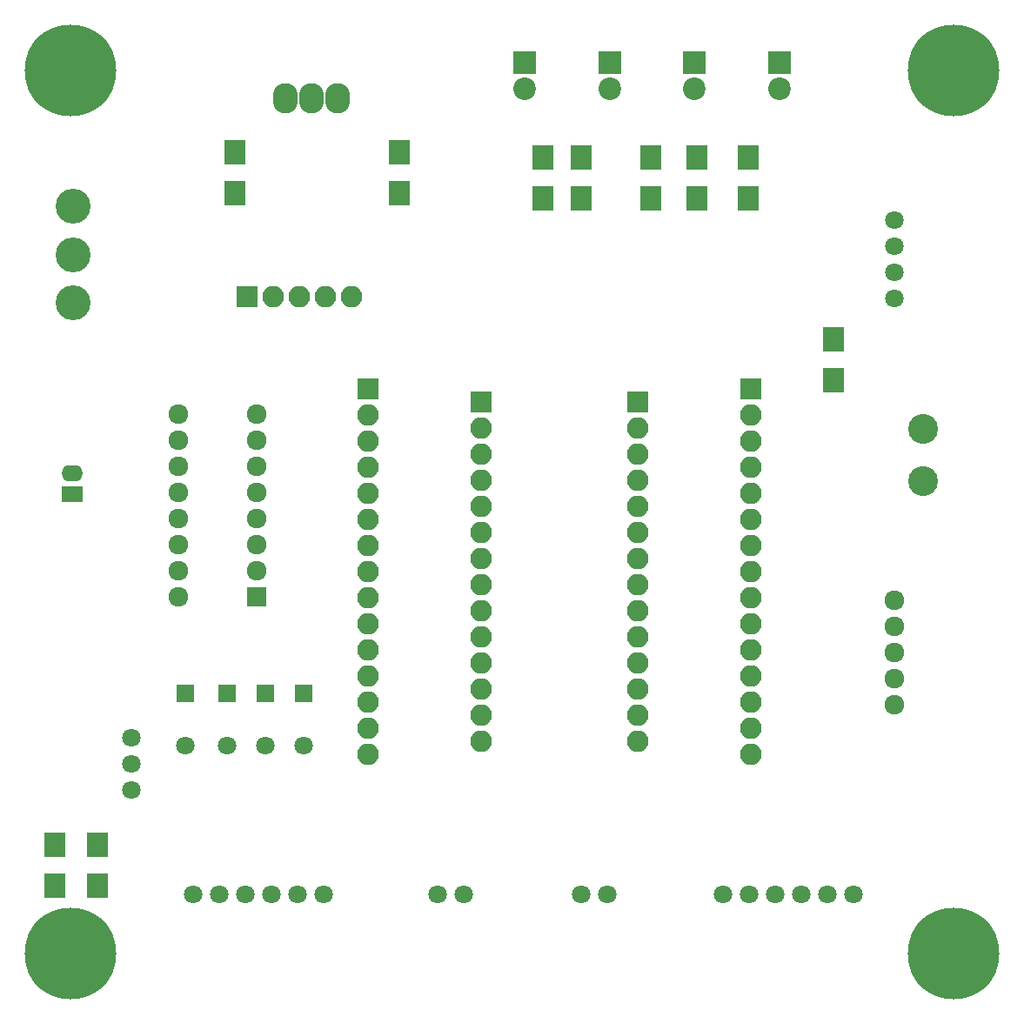
<source format=gts>
G04 #@! TF.FileFunction,Soldermask,Top*
%FSLAX46Y46*%
G04 Gerber Fmt 4.6, Leading zero omitted, Abs format (unit mm)*
G04 Created by KiCad (PCBNEW 4.0.7) date 02/07/18 15:21:04*
%MOMM*%
%LPD*%
G01*
G04 APERTURE LIST*
%ADD10C,0.100000*%
%ADD11R,1.797000X1.797000*%
%ADD12C,1.797000*%
%ADD13C,2.899360*%
%ADD14O,2.432000X2.940000*%
%ADD15C,3.400000*%
%ADD16R,1.924000X1.924000*%
%ADD17C,1.924000*%
%ADD18R,2.100000X2.100000*%
%ADD19O,2.100000X2.100000*%
%ADD20C,8.900000*%
%ADD21R,2.100000X2.400000*%
%ADD22R,2.200000X2.200000*%
%ADD23C,2.200000*%
%ADD24R,2.000000X2.400000*%
%ADD25R,2.100000X1.600000*%
%ADD26O,2.100000X1.600000*%
G04 APERTURE END LIST*
D10*
D11*
X107250000Y-99420000D03*
D12*
X107250000Y-104500000D03*
X172200000Y-119000000D03*
X169660000Y-119000000D03*
X167120000Y-119000000D03*
X164580000Y-119000000D03*
X162040000Y-119000000D03*
X159500000Y-119000000D03*
X120700000Y-119000000D03*
X118160000Y-119000000D03*
X115620000Y-119000000D03*
X113080000Y-119000000D03*
X110540000Y-119000000D03*
X108000000Y-119000000D03*
X102000000Y-108830000D03*
X102000000Y-106290000D03*
X102000000Y-103750000D03*
D13*
X179000000Y-73670000D03*
X179000000Y-78750000D03*
D14*
X119500000Y-41500000D03*
X122040000Y-41500000D03*
X116960000Y-41500000D03*
D15*
X96300000Y-61400000D03*
X96300000Y-56700000D03*
X96300000Y-52000000D03*
D16*
X114120000Y-90030000D03*
D17*
X114120000Y-87490000D03*
X114120000Y-84950000D03*
X114120000Y-82410000D03*
X114120000Y-79870000D03*
X114120000Y-77330000D03*
X114120000Y-74790000D03*
X114120000Y-72250000D03*
X106500000Y-72250000D03*
X106500000Y-74790000D03*
X106500000Y-77330000D03*
X106500000Y-79870000D03*
X106500000Y-82410000D03*
X106500000Y-84950000D03*
X106500000Y-87490000D03*
X106500000Y-90030000D03*
X176250000Y-90340000D03*
X176250000Y-92880000D03*
X176250000Y-95420000D03*
X176250000Y-97960000D03*
X176250000Y-100500000D03*
D12*
X176250000Y-53380000D03*
X176250000Y-55920000D03*
X176250000Y-58460000D03*
X176250000Y-61000000D03*
X148290000Y-119000000D03*
X145750000Y-119000000D03*
X134290000Y-119000000D03*
X131750000Y-119000000D03*
D18*
X162250000Y-69750000D03*
D19*
X162250000Y-72290000D03*
X162250000Y-74830000D03*
X162250000Y-77370000D03*
X162250000Y-79910000D03*
X162250000Y-82450000D03*
X162250000Y-84990000D03*
X162250000Y-87530000D03*
X162250000Y-90070000D03*
X162250000Y-92610000D03*
X162250000Y-95150000D03*
X162250000Y-97690000D03*
X162250000Y-100230000D03*
X162250000Y-102770000D03*
X162250000Y-105310000D03*
D18*
X125000000Y-69750000D03*
D19*
X125000000Y-72290000D03*
X125000000Y-74830000D03*
X125000000Y-77370000D03*
X125000000Y-79910000D03*
X125000000Y-82450000D03*
X125000000Y-84990000D03*
X125000000Y-87530000D03*
X125000000Y-90070000D03*
X125000000Y-92610000D03*
X125000000Y-95150000D03*
X125000000Y-97690000D03*
X125000000Y-100230000D03*
X125000000Y-102770000D03*
X125000000Y-105310000D03*
D20*
X96000000Y-38750000D03*
X182000000Y-124750000D03*
X96000000Y-124750000D03*
X182000000Y-38750000D03*
D21*
X162000000Y-51250000D03*
X162000000Y-47250000D03*
X157000000Y-51250000D03*
X157000000Y-47250000D03*
X152500000Y-51250000D03*
X152500000Y-47250000D03*
X145750000Y-51250000D03*
X145750000Y-47250000D03*
X142000000Y-51250000D03*
X142000000Y-47250000D03*
D18*
X113250000Y-60750000D03*
D19*
X115790000Y-60750000D03*
X118330000Y-60750000D03*
X120870000Y-60750000D03*
X123410000Y-60750000D03*
D18*
X151250000Y-71000000D03*
D19*
X151250000Y-73540000D03*
X151250000Y-76080000D03*
X151250000Y-78620000D03*
X151250000Y-81160000D03*
X151250000Y-83700000D03*
X151250000Y-86240000D03*
X151250000Y-88780000D03*
X151250000Y-91320000D03*
X151250000Y-93860000D03*
X151250000Y-96400000D03*
X151250000Y-98940000D03*
X151250000Y-101480000D03*
X151250000Y-104020000D03*
D18*
X136000000Y-71000000D03*
D19*
X136000000Y-73540000D03*
X136000000Y-76080000D03*
X136000000Y-78620000D03*
X136000000Y-81160000D03*
X136000000Y-83700000D03*
X136000000Y-86240000D03*
X136000000Y-88780000D03*
X136000000Y-91320000D03*
X136000000Y-93860000D03*
X136000000Y-96400000D03*
X136000000Y-98940000D03*
X136000000Y-101480000D03*
X136000000Y-104020000D03*
D22*
X165000000Y-38000000D03*
D23*
X165000000Y-40540000D03*
D22*
X156750000Y-38000000D03*
D23*
X156750000Y-40540000D03*
D22*
X148500000Y-38000000D03*
D23*
X148500000Y-40540000D03*
D22*
X140250000Y-38000000D03*
D23*
X140250000Y-40540000D03*
D24*
X128000000Y-46750000D03*
X128000000Y-50750000D03*
X112000000Y-46750000D03*
X112000000Y-50750000D03*
D11*
X111250000Y-99420000D03*
D12*
X111250000Y-104500000D03*
D11*
X115000000Y-99420000D03*
D12*
X115000000Y-104500000D03*
D11*
X118750000Y-99420000D03*
D12*
X118750000Y-104500000D03*
D21*
X170300000Y-68900000D03*
X170300000Y-64900000D03*
D24*
X98700000Y-114100000D03*
X98700000Y-118100000D03*
D21*
X94500000Y-114100000D03*
X94500000Y-118100000D03*
D25*
X96200000Y-80000000D03*
D26*
X96200000Y-78000000D03*
M02*

</source>
